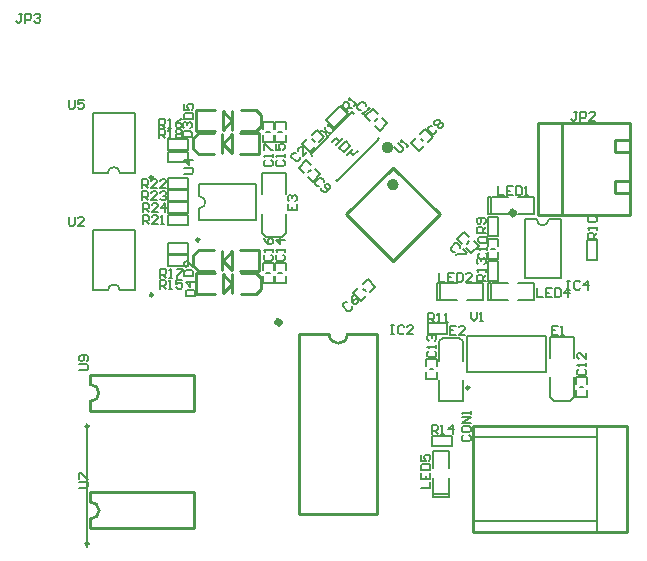
<source format=gto>
G04*
G04 #@! TF.GenerationSoftware,Altium Limited,Altium Designer,18.1.9 (240)*
G04*
G04 Layer_Color=65535*
%FSLAX25Y25*%
%MOIN*%
G70*
G01*
G75*
%ADD10C,0.00800*%
%ADD11C,0.01968*%
%ADD12C,0.01000*%
%ADD13C,0.00984*%
%ADD14C,0.00787*%
%ADD15C,0.02000*%
%ADD16C,0.00600*%
%ADD17C,0.00500*%
D10*
X171500Y112418D02*
G03*
X173500Y114418I0J2000D01*
G01*
X169500Y114418D02*
G03*
X171500Y112418I2000J0D01*
G01*
X140396Y31699D02*
Y36999D01*
Y37099D01*
X134996D02*
X140396D01*
X134796D02*
X134996D01*
X134796Y31699D02*
Y37099D01*
X140396Y22899D02*
Y28299D01*
X134796Y22899D02*
X140196D01*
X134796Y22999D02*
Y28299D01*
X140396Y21899D02*
Y22899D01*
X134796Y21899D02*
X140396D01*
X134796D02*
Y22899D01*
X173500Y114418D02*
X177500D01*
X165500D02*
X169500D01*
X136399Y93274D02*
X137399D01*
X136399Y87674D02*
Y93274D01*
Y87674D02*
X137399D01*
X137499Y93274D02*
X142799D01*
X137399Y87874D02*
Y93274D01*
Y87674D02*
X142799D01*
X146200Y93274D02*
X151600D01*
Y93074D02*
Y93274D01*
Y87674D02*
Y93074D01*
X151499Y87674D02*
X151600D01*
X146200D02*
X151499D01*
X153400Y121956D02*
X154400D01*
X153400Y116356D02*
Y121956D01*
Y116356D02*
X154400D01*
X154499Y121956D02*
X159800D01*
X154400Y116556D02*
Y121956D01*
Y116356D02*
X159800D01*
X163199Y121956D02*
X168599D01*
Y121756D02*
Y121956D01*
Y116356D02*
Y121756D01*
X168500Y116356D02*
X168599D01*
X163199D02*
X168500D01*
X153400Y93157D02*
X154400D01*
X153400Y87557D02*
Y93157D01*
Y87557D02*
X154400D01*
X154499Y93157D02*
X159800D01*
X154400Y87757D02*
Y93157D01*
Y87557D02*
X159800D01*
X163199Y93157D02*
X168599D01*
Y92957D02*
Y93157D01*
Y87557D02*
Y92957D01*
X168500Y87557D02*
X168599D01*
X163199D02*
X168500D01*
X103037Y127230D02*
X116956Y141149D01*
X102582Y127685D02*
X103037Y127230D01*
X116503Y141603D02*
X116956Y141149D01*
X108048Y150058D02*
X108502Y149604D01*
X94129Y136138D02*
X94583Y135684D01*
X94129Y136138D02*
X108048Y150058D01*
D11*
X162108Y116575D02*
G03*
X162108Y116575I-608J0D01*
G01*
X83990Y80122D02*
G03*
X83990Y80122I-608J0D01*
G01*
X122548Y126018D02*
G03*
X122548Y126018I-984J0D01*
G01*
D12*
X20800Y53800D02*
G03*
X20707Y59399I0J2800D01*
G01*
X20843Y14600D02*
G03*
X20749Y20198I0J2800D01*
G01*
X41552Y128354D02*
G03*
X41552Y128354I-510J0D01*
G01*
X100382Y76122D02*
G03*
X106382Y76122I3000J0D01*
G01*
X41552Y89239D02*
G03*
X41552Y89239I-510J0D01*
G01*
X57052Y107633D02*
G03*
X57052Y107633I-510J0D01*
G01*
X148409Y10189D02*
Y45623D01*
X199528D01*
Y10189D02*
Y45623D01*
X148409Y10189D02*
X199528D01*
X195700Y127110D02*
X200700D01*
X195700Y123110D02*
Y127110D01*
Y123110D02*
X200700D01*
X177800Y115910D02*
Y146510D01*
X200700Y115910D02*
Y146510D01*
X169800D02*
X200700D01*
X169800Y115910D02*
Y146510D01*
Y115910D02*
X200700D01*
X195700Y136890D02*
X200700D01*
X195700D02*
Y140890D01*
X200700D01*
X20477Y59400D02*
Y62704D01*
Y50696D02*
Y53698D01*
X55123Y50696D02*
Y62704D01*
X20477D02*
X55123D01*
X20477Y50696D02*
X55123D01*
X20520Y20200D02*
Y23504D01*
Y11496D02*
Y14498D01*
X55165Y11496D02*
Y23504D01*
X20520D02*
X55165D01*
X20520Y11496D02*
X55165D01*
X106382Y76122D02*
X116382D01*
X90382D02*
X100382D01*
X116382Y16122D02*
Y76122D01*
X90382Y16122D02*
Y76122D01*
Y16122D02*
X116382D01*
X106007Y116119D02*
X121564Y131675D01*
X137120Y116119D01*
X121564Y100562D02*
X137120Y116119D01*
X106007D02*
X121564Y100562D01*
X77742Y91293D02*
Y94893D01*
X76042Y96593D02*
X77742Y94893D01*
X70793Y96593D02*
X76042D01*
X70793Y89593D02*
X76042D01*
X77742Y91293D01*
X68103Y89783D02*
Y96263D01*
X55792Y89593D02*
Y96593D01*
Y89593D02*
X62292D01*
X55792Y96593D02*
X62292D01*
X64903Y96143D02*
X68103Y92943D01*
X64903Y89973D02*
Y96143D01*
Y89973D02*
X67943Y93013D01*
X77742Y145691D02*
Y149291D01*
X76042Y150991D02*
X77742Y149291D01*
X70793Y150991D02*
X76042D01*
X70793Y143991D02*
X76042D01*
X77742Y145691D01*
X68103Y144181D02*
Y150661D01*
X55792Y143991D02*
Y150991D01*
Y143991D02*
X62292D01*
X55792Y150991D02*
X62292D01*
X64903Y150541D02*
X68103Y147341D01*
X64903Y144371D02*
Y150541D01*
Y144371D02*
X67943Y147411D01*
X55093Y98833D02*
Y102433D01*
Y98833D02*
X56792Y97133D01*
X62042D01*
X56792Y104133D02*
X62042D01*
X55093Y102433D02*
X56792Y104133D01*
X64732Y97463D02*
Y103943D01*
X77043Y97133D02*
Y104133D01*
X70543D02*
X77043D01*
X70543Y97133D02*
X77043D01*
X64732Y100783D02*
X67932Y97583D01*
Y103753D01*
X64893Y100713D02*
X67932Y103753D01*
X55093Y137833D02*
Y141433D01*
Y137833D02*
X56792Y136133D01*
X62042D01*
X56792Y143133D02*
X62042D01*
X55093Y141433D02*
X56792Y143133D01*
X64732Y136463D02*
Y142943D01*
X77043Y136133D02*
Y143133D01*
X70543D02*
X77043D01*
X70543Y136133D02*
X77043D01*
X64732Y139783D02*
X67932Y136583D01*
Y142753D01*
X64893Y139713D02*
X67932Y142753D01*
D13*
X20092Y45508D02*
G03*
X20092Y45508I-492J0D01*
G01*
X20135Y6308D02*
G03*
X20135Y6308I-492J0D01*
G01*
X147000Y58319D02*
G03*
X147000Y58319I-492J0D01*
G01*
D14*
X30542Y129854D02*
G03*
X26542Y129854I-2000J0D01*
G01*
X30542Y90739D02*
G03*
X26542Y90739I-2000J0D01*
G01*
X57200Y118139D02*
G03*
X57200Y122127I-157J1994D01*
G01*
X148409Y41906D02*
X189685D01*
Y10189D02*
Y45623D01*
X148409Y13906D02*
X189685D01*
X165500Y94733D02*
X177500D01*
Y114418D01*
X165500Y94733D02*
Y114418D01*
X21542Y149854D02*
X35543D01*
X21542Y129854D02*
Y149854D01*
Y129854D02*
X26542D01*
X30542D02*
X35543D01*
Y149854D01*
X21542Y110739D02*
X35543D01*
X21542Y90739D02*
Y110739D01*
Y90739D02*
X26542D01*
X30542D02*
X35543D01*
Y110739D01*
X143700Y75032D02*
X145000Y73732D01*
X138300Y75032D02*
X143700D01*
X145000Y67232D02*
Y73732D01*
X137000D02*
X138300Y75032D01*
X137000Y67232D02*
Y73732D01*
X145000Y53732D02*
Y60732D01*
X137000Y53732D02*
X145000D01*
X137000D02*
Y60732D01*
X172689Y63634D02*
Y75445D01*
X146311Y63634D02*
Y75445D01*
X172689D01*
X146311Y63634D02*
X172689D01*
X174000Y55232D02*
X175300Y53932D01*
X180700D01*
X174000Y55232D02*
Y61732D01*
X180700Y53932D02*
X182000Y55232D01*
Y61732D01*
X174000Y68232D02*
Y75232D01*
X182000D01*
Y68232D02*
Y75232D01*
X78043Y109882D02*
X79343Y108582D01*
X84742D01*
X78043Y109882D02*
Y116382D01*
X84742Y108582D02*
X86042Y109882D01*
Y116382D01*
X78043Y122882D02*
Y129882D01*
X86042D01*
Y122882D02*
Y129882D01*
X57042Y114133D02*
X76042D01*
X57042D02*
Y118133D01*
Y122133D02*
Y126133D01*
X76042D01*
Y114133D02*
Y126133D01*
D15*
X120780Y138392D02*
G03*
X120780Y138392I-984J0D01*
G01*
D16*
X133154Y76229D02*
X139650D01*
X133154Y79772D02*
X139650D01*
Y76229D02*
Y79772D01*
X133154Y76229D02*
Y79772D01*
X134654Y38729D02*
X141150D01*
X134654Y42272D02*
X141150D01*
Y38729D02*
Y42272D01*
X134654Y38729D02*
Y42272D01*
X189771Y101036D02*
Y107532D01*
X186228Y101036D02*
Y107532D01*
X189771D01*
X186228Y101036D02*
X189771D01*
X19643Y5308D02*
Y44465D01*
X99423Y147532D02*
X101929Y145026D01*
X104017Y152125D02*
X106522Y149620D01*
X99423Y147532D02*
X104017Y152125D01*
X101929Y145026D02*
X106522Y149620D01*
X115618Y147221D02*
X116467Y148069D01*
X112424Y148758D02*
X114929Y151264D01*
X119661Y146532D02*
X119661Y146531D01*
X117156Y144026D02*
X119661Y146531D01*
X115497Y145685D02*
X117156Y144026D01*
X112424Y148758D02*
X114083Y147099D01*
X118002Y148190D02*
X119661Y146531D01*
X114929Y151263D02*
X116588Y149604D01*
X94618Y141069D02*
X95467Y140221D01*
X96156Y144264D02*
X98662Y141758D01*
X93929Y137026D02*
X93930D01*
X91424Y139531D02*
X93929Y137026D01*
X91424Y139531D02*
X93083Y141190D01*
X94497Y142604D02*
X96156Y144264D01*
X93929Y137026D02*
X95588Y138685D01*
X97002Y140100D02*
X98661Y141758D01*
X130871Y141321D02*
X131720Y140473D01*
X127676Y139784D02*
X130182Y137278D01*
X132408Y144516D02*
X132409D01*
X134914Y142011D01*
X133255Y140352D02*
X134914Y142011D01*
X130182Y137278D02*
X131841Y138937D01*
X130750Y142857D02*
X132409Y144516D01*
X127677Y139784D02*
X129336Y141443D01*
X146118Y106256D02*
X146967Y107105D01*
X142924Y107794D02*
X145429Y110299D01*
X150161Y105567D02*
Y105568D01*
X147656Y103062D02*
X150161Y105567D01*
X145997Y104721D02*
X147656Y103062D01*
X142924Y107794D02*
X144583Y106135D01*
X148502Y107226D02*
X150161Y105567D01*
X145429Y110299D02*
X147088Y108640D01*
X153229Y115286D02*
X156772D01*
X153229Y108789D02*
X156772D01*
Y115286D01*
X153229Y108789D02*
Y115286D01*
X154400Y104654D02*
X155600D01*
X153228Y101308D02*
X156772D01*
X153228Y107999D02*
X153229Y108000D01*
X156772D01*
Y105654D02*
Y108000D01*
Y101308D02*
Y103654D01*
X153229Y105654D02*
Y108000D01*
Y101308D02*
Y103654D01*
X153228Y94036D02*
X156771D01*
X153228Y100532D02*
X156771D01*
X153228Y94036D02*
Y100532D01*
X156771Y94036D02*
Y100532D01*
X183900Y58413D02*
X185100D01*
X182728Y55067D02*
X186271D01*
X182728Y61759D02*
X182729Y61759D01*
X186271D01*
Y59413D02*
Y61759D01*
Y55067D02*
Y57413D01*
X182729Y59413D02*
Y61759D01*
Y55067D02*
Y57413D01*
X133900Y64500D02*
X135100D01*
X132729Y67846D02*
X136272D01*
X136271Y61154D02*
X136272Y61155D01*
X132729Y61154D02*
X136271D01*
X132729D02*
Y63500D01*
Y65500D02*
Y67846D01*
X136271Y61154D02*
Y63500D01*
Y65500D02*
Y67846D01*
X106250Y135816D02*
X108371Y137938D01*
X102714Y139352D02*
X104835Y141473D01*
X102714D02*
X103775Y140413D01*
X101653D02*
X102714Y141473D01*
X107310Y136877D02*
X108371Y135816D01*
X109785Y137231D01*
X101300Y140059D02*
X101653Y140413D01*
X105189Y136877D02*
X107310Y138998D01*
X103775Y138291D02*
X105189Y136877D01*
X103775Y138291D02*
X105896Y140413D01*
X107310Y138998D01*
X111618Y91293D02*
X112467Y90445D01*
X113156Y94488D02*
X115662Y91982D01*
X110929Y87251D02*
X110930D01*
X108424Y89756D02*
X110929Y87251D01*
X108424Y89756D02*
X110083Y91415D01*
X111497Y92829D02*
X113156Y94488D01*
X110929Y87251D02*
X112588Y88910D01*
X114002Y90324D02*
X115661Y91983D01*
X93366Y130169D02*
X94214Y131018D01*
X94903Y126974D02*
X97409Y129480D01*
X90172Y131706D02*
Y131707D01*
X92677Y134212D01*
X94336Y132553D01*
X95750Y131139D02*
X97409Y129480D01*
X90172Y131707D02*
X91831Y130048D01*
X93245Y128634D02*
X94904Y126975D01*
X46621Y102949D02*
Y106492D01*
X53117Y102949D02*
Y106492D01*
X46621D02*
X53117D01*
X46621Y102949D02*
X53117D01*
Y98909D02*
Y102453D01*
X46621Y98909D02*
Y102453D01*
Y98909D02*
X53117D01*
X46621Y102453D02*
X53117D01*
Y116541D02*
Y120084D01*
X46621Y116541D02*
Y120084D01*
Y116541D02*
X53117D01*
X46621Y120084D02*
X53117D01*
Y112497D02*
Y116041D01*
X46621Y112497D02*
Y116041D01*
Y112497D02*
X53117D01*
X46621Y116041D02*
X53117D01*
X46621Y124541D02*
Y128085D01*
X53117Y124541D02*
Y128085D01*
X46621D02*
X53117D01*
X46621Y124541D02*
X53117D01*
X46621Y120541D02*
Y124085D01*
X53117Y120541D02*
Y124085D01*
X46621D02*
X53117D01*
X46621Y120541D02*
X53117D01*
X46621Y137513D02*
Y141056D01*
X53117Y137513D02*
Y141056D01*
X46621D02*
X53117D01*
X46621Y137513D02*
X53117D01*
Y133438D02*
Y136981D01*
X46621Y133438D02*
Y136981D01*
Y133438D02*
X53117D01*
X46621Y136981D02*
X53117D01*
X83442Y96610D02*
X84642D01*
X82270Y93264D02*
X85814D01*
X82270Y99956D02*
X82271Y99957D01*
X85814D01*
Y97610D02*
Y99957D01*
Y93264D02*
Y95610D01*
X82271Y97610D02*
Y99957D01*
Y93264D02*
Y95610D01*
X83443Y143653D02*
X84643D01*
X82271Y140307D02*
X85814D01*
X82271Y146999D02*
X82272Y146999D01*
X85814D01*
Y144653D02*
Y146999D01*
Y140307D02*
Y142653D01*
X82272Y144653D02*
Y146999D01*
Y140307D02*
Y142653D01*
X79443Y143653D02*
X80643D01*
X78272Y147000D02*
X81815D01*
X81814Y140307D02*
X81815Y140308D01*
X78272Y140307D02*
X81814D01*
X78272D02*
Y142653D01*
Y144653D02*
Y147000D01*
X81814Y140307D02*
Y142653D01*
Y144653D02*
Y147000D01*
X79443Y96610D02*
X80642D01*
X78271Y93264D02*
X81814D01*
X78271Y99956D02*
X78271Y99957D01*
X81814D01*
Y97610D02*
Y99957D01*
Y93264D02*
Y95610D01*
X78271Y97610D02*
Y99957D01*
Y93264D02*
Y95610D01*
D17*
X133394Y80147D02*
Y83146D01*
X134894D01*
X135394Y82646D01*
Y81646D01*
X134894Y81146D01*
X133394D01*
X134394D02*
X135394Y80147D01*
X136393D02*
X137393D01*
X136893D01*
Y83146D01*
X136393Y82646D01*
X138892Y80147D02*
X139892D01*
X139392D01*
Y83146D01*
X138892Y82646D01*
X145001Y42499D02*
X144501Y42000D01*
Y41000D01*
X145001Y40500D01*
X147000D01*
X147500Y41000D01*
Y42000D01*
X147000Y42499D01*
X144501Y44999D02*
Y43999D01*
X145001Y43499D01*
X147000D01*
X147500Y43999D01*
Y44999D01*
X147000Y45498D01*
X145001D01*
X144501Y44999D01*
X147500Y46498D02*
X144501D01*
X147500Y48497D01*
X144501D01*
X147500Y49497D02*
Y50497D01*
Y49997D01*
X144501D01*
X145001Y49497D01*
X134500Y43000D02*
Y45999D01*
X136000D01*
X136499Y45499D01*
Y44499D01*
X136000Y44000D01*
X134500D01*
X135500D02*
X136499Y43000D01*
X137499D02*
X138499D01*
X137999D01*
Y45999D01*
X137499Y45499D01*
X141498Y43000D02*
Y45999D01*
X139998Y44499D01*
X141998D01*
X131001Y25000D02*
X134000D01*
Y26999D01*
X131001Y29998D02*
Y27999D01*
X134000D01*
Y29998D01*
X132501Y27999D02*
Y28999D01*
X131001Y30998D02*
X134000D01*
Y32498D01*
X133500Y32997D01*
X131501D01*
X131001Y32498D01*
Y30998D01*
Y35996D02*
Y33997D01*
X132501D01*
X132001Y34997D01*
Y35497D01*
X132501Y35996D01*
X133500D01*
X134000Y35497D01*
Y34497D01*
X133500Y33997D01*
X182999Y150341D02*
X182000D01*
X182500D01*
Y147842D01*
X182000Y147342D01*
X181500D01*
X181000Y147842D01*
X183999Y147342D02*
Y150341D01*
X185499D01*
X185998Y149841D01*
Y148842D01*
X185499Y148342D01*
X183999D01*
X188997Y147342D02*
X186998D01*
X188997Y149342D01*
Y149841D01*
X188498Y150341D01*
X187498D01*
X186998Y149841D01*
X189500Y108000D02*
X186501D01*
Y109500D01*
X187001Y109999D01*
X188001D01*
X188500Y109500D01*
Y108000D01*
Y109000D02*
X189500Y109999D01*
Y110999D02*
Y111999D01*
Y111499D01*
X186501D01*
X187001Y110999D01*
Y113498D02*
X186501Y113998D01*
Y114998D01*
X187001Y115498D01*
X189000D01*
X189500Y114998D01*
Y113998D01*
X189000Y113498D01*
X187001D01*
X179500Y93999D02*
X180500D01*
X180000D01*
Y91000D01*
X179500D01*
X180500D01*
X183999Y93499D02*
X183499Y93999D01*
X182499D01*
X181999Y93499D01*
Y91500D01*
X182499Y91000D01*
X183499D01*
X183999Y91500D01*
X186498Y91000D02*
Y93999D01*
X184998Y92500D01*
X186998D01*
X136809Y96708D02*
Y93709D01*
X138808D01*
X141807Y96708D02*
X139808D01*
Y93709D01*
X141807D01*
X139808Y95209D02*
X140808D01*
X142807Y96708D02*
Y93709D01*
X144307D01*
X144807Y94209D01*
Y96209D01*
X144307Y96708D01*
X142807D01*
X147806Y93709D02*
X145806D01*
X147806Y95709D01*
Y96209D01*
X147306Y96708D01*
X146306D01*
X145806Y96209D01*
X16958Y64200D02*
X19458D01*
X19958Y64700D01*
Y65699D01*
X19458Y66199D01*
X16958D01*
X19458Y67199D02*
X19958Y67699D01*
Y68699D01*
X19458Y69198D01*
X17458D01*
X16958Y68699D01*
Y67699D01*
X17458Y67199D01*
X17958D01*
X18458Y67699D01*
Y69198D01*
X17001Y25000D02*
X19500D01*
X20000Y25500D01*
Y26500D01*
X19500Y26999D01*
X17001D01*
Y27999D02*
Y29998D01*
X17501D01*
X19500Y27999D01*
X20000D01*
X-2001Y182999D02*
X-3000D01*
X-2500D01*
Y180500D01*
X-3000Y180000D01*
X-3500D01*
X-4000Y180500D01*
X-1001Y180000D02*
Y182999D01*
X499D01*
X998Y182499D01*
Y181500D01*
X499Y181000D01*
X-1001D01*
X1998Y182499D02*
X2498Y182999D01*
X3498D01*
X3997Y182499D01*
Y181999D01*
X3498Y181500D01*
X2998D01*
X3498D01*
X3997Y181000D01*
Y180500D01*
X3498Y180000D01*
X2498D01*
X1998Y180500D01*
X13543Y154353D02*
Y151854D01*
X14042Y151354D01*
X15042D01*
X15542Y151854D01*
Y154353D01*
X18541D02*
X16542D01*
Y152853D01*
X17541Y153353D01*
X18041D01*
X18541Y152853D01*
Y151854D01*
X18041Y151354D01*
X17041D01*
X16542Y151854D01*
X97422Y143765D02*
X100956Y143059D01*
X98836Y145179D02*
X99542Y141645D01*
X101663Y143765D02*
X102370Y144472D01*
X102017Y144119D01*
X99896Y146240D01*
Y145533D01*
X147500Y83538D02*
Y81539D01*
X148500Y80539D01*
X149499Y81539D01*
Y83538D01*
X150499Y80539D02*
X151499D01*
X150999D01*
Y83538D01*
X150499Y83039D01*
X52043Y129633D02*
X54543D01*
X55042Y130133D01*
Y131132D01*
X54543Y131632D01*
X52043D01*
X55042Y134131D02*
X52043D01*
X53543Y132632D01*
Y134631D01*
X13543Y115238D02*
Y112739D01*
X14042Y112239D01*
X15042D01*
X15542Y112739D01*
Y115238D01*
X18541Y112239D02*
X16542D01*
X18541Y114239D01*
Y114738D01*
X18041Y115238D01*
X17041D01*
X16542Y114738D01*
X121922Y138529D02*
X123689Y136762D01*
X124396D01*
X125103Y137469D01*
X125103Y138176D01*
X123336Y139943D01*
X126163Y138529D02*
X126870Y139236D01*
X126517Y138883D01*
X124396Y141003D01*
Y140296D01*
X38271Y116813D02*
Y119812D01*
X39771D01*
X40271Y119312D01*
Y118312D01*
X39771Y117812D01*
X38271D01*
X39271D02*
X40271Y116813D01*
X43270D02*
X41270D01*
X43270Y118812D01*
Y119312D01*
X42770Y119812D01*
X41770D01*
X41270Y119312D01*
X45769Y116813D02*
Y119812D01*
X44269Y118312D01*
X46269D01*
X37967Y120813D02*
Y123812D01*
X39467D01*
X39967Y123312D01*
Y122312D01*
X39467Y121812D01*
X37967D01*
X38967D02*
X39967Y120813D01*
X42966D02*
X40966D01*
X42966Y122812D01*
Y123312D01*
X42466Y123812D01*
X41466D01*
X40966Y123312D01*
X43965D02*
X44465Y123812D01*
X45465D01*
X45965Y123312D01*
Y122812D01*
X45465Y122312D01*
X44965D01*
X45465D01*
X45965Y121812D01*
Y121313D01*
X45465Y120813D01*
X44465D01*
X43965Y121313D01*
X38043Y124813D02*
Y127812D01*
X39542D01*
X40042Y127312D01*
Y126313D01*
X39542Y125813D01*
X38043D01*
X39042D02*
X40042Y124813D01*
X43041D02*
X41041D01*
X43041Y126812D01*
Y127312D01*
X42541Y127812D01*
X41541D01*
X41041Y127312D01*
X46040Y124813D02*
X44041D01*
X46040Y126812D01*
Y127312D01*
X45540Y127812D01*
X44540D01*
X44041Y127312D01*
X38271Y112769D02*
Y115769D01*
X39771D01*
X40271Y115269D01*
Y114269D01*
X39771Y113769D01*
X38271D01*
X39271D02*
X40271Y112769D01*
X43270D02*
X41270D01*
X43270Y114769D01*
Y115269D01*
X42770Y115769D01*
X41770D01*
X41270Y115269D01*
X44269Y112769D02*
X45269D01*
X44769D01*
Y115769D01*
X44269Y115269D01*
X43623Y141500D02*
Y144499D01*
X45122D01*
X45622Y143999D01*
Y142999D01*
X45122Y142500D01*
X43623D01*
X44622D02*
X45622Y141500D01*
X46622D02*
X47622D01*
X47122D01*
Y144499D01*
X46622Y143999D01*
X49121D02*
X49621Y144499D01*
X50621D01*
X51120Y143999D01*
Y143499D01*
X50621Y142999D01*
X51120Y142500D01*
Y142000D01*
X50621Y141500D01*
X49621D01*
X49121Y142000D01*
Y142500D01*
X49621Y142999D01*
X49121Y143499D01*
Y143999D01*
X49621Y142999D02*
X50621D01*
X44000Y95000D02*
Y97999D01*
X45500D01*
X45999Y97499D01*
Y96500D01*
X45500Y96000D01*
X44000D01*
X45000D02*
X45999Y95000D01*
X46999D02*
X47999D01*
X47499D01*
Y97999D01*
X46999Y97499D01*
X49498Y97999D02*
X51498D01*
Y97499D01*
X49498Y95500D01*
Y95000D01*
X43623Y145000D02*
Y147999D01*
X45122D01*
X45622Y147499D01*
Y146500D01*
X45122Y146000D01*
X43623D01*
X44622D02*
X45622Y145000D01*
X46622D02*
X47622D01*
X47122D01*
Y147999D01*
X46622Y147499D01*
X51120Y147999D02*
X50121Y147499D01*
X49121Y146500D01*
Y145500D01*
X49621Y145000D01*
X50621D01*
X51120Y145500D01*
Y146000D01*
X50621Y146500D01*
X49121D01*
X43828Y91282D02*
Y94281D01*
X45327D01*
X45827Y93782D01*
Y92782D01*
X45327Y92282D01*
X43828D01*
X44827D02*
X45827Y91282D01*
X46827D02*
X47826D01*
X47327D01*
Y94281D01*
X46827Y93782D01*
X51325Y94281D02*
X49326D01*
Y92782D01*
X50326Y93282D01*
X50826D01*
X51325Y92782D01*
Y91782D01*
X50826Y91282D01*
X49826D01*
X49326Y91782D01*
X152500Y94044D02*
X149501D01*
Y95543D01*
X150001Y96043D01*
X151000D01*
X151500Y95543D01*
Y94044D01*
Y95043D02*
X152500Y96043D01*
Y97043D02*
Y98043D01*
Y97543D01*
X149501D01*
X150001Y97043D01*
Y99542D02*
X149501Y100042D01*
Y101042D01*
X150001Y101541D01*
X150501D01*
X151000Y101042D01*
Y100542D01*
Y101042D01*
X151500Y101541D01*
X152000D01*
X152500Y101042D01*
Y100042D01*
X152000Y99542D01*
X152500Y109939D02*
X149501D01*
Y111439D01*
X150001Y111939D01*
X151001D01*
X151501Y111439D01*
Y109939D01*
Y110939D02*
X152500Y111939D01*
X152000Y112938D02*
X152500Y113438D01*
Y114438D01*
X152000Y114938D01*
X150001D01*
X149501Y114438D01*
Y113438D01*
X150001Y112938D01*
X150501D01*
X151001Y113438D01*
Y114938D01*
X106656Y150259D02*
X104535Y152380D01*
X105596Y153440D01*
X106303Y153440D01*
X107009Y152733D01*
X107009Y152026D01*
X105949Y150966D01*
X106656Y151673D02*
X108070Y151673D01*
X108777Y152380D02*
X109484Y153086D01*
X109130Y152733D01*
X107009Y154854D01*
Y154147D01*
X169500Y91499D02*
Y88500D01*
X171499D01*
X174498Y91499D02*
X172499D01*
Y88500D01*
X174498D01*
X172499Y90000D02*
X173499D01*
X175498Y91499D02*
Y88500D01*
X176998D01*
X177497Y89000D01*
Y90999D01*
X176998Y91499D01*
X175498D01*
X179997Y88500D02*
Y91499D01*
X178497Y90000D01*
X180496D01*
X156500Y125499D02*
Y122500D01*
X158499D01*
X161498Y125499D02*
X159499D01*
Y122500D01*
X161498D01*
X159499Y124000D02*
X160499D01*
X162498Y125499D02*
Y122500D01*
X163998D01*
X164497Y123000D01*
Y124999D01*
X163998Y125499D01*
X162498D01*
X165497Y122500D02*
X166497D01*
X165997D01*
Y125499D01*
X165497Y124999D01*
X120882Y79121D02*
X121882D01*
X121382D01*
Y76122D01*
X120882D01*
X121882D01*
X125380Y78621D02*
X124881Y79121D01*
X123881D01*
X123381Y78621D01*
Y76622D01*
X123881Y76122D01*
X124881D01*
X125380Y76622D01*
X128379Y76122D02*
X126380D01*
X128379Y78121D01*
Y78621D01*
X127880Y79121D01*
X126880D01*
X126380Y78621D01*
X86501Y119424D02*
Y117425D01*
X89500D01*
Y119424D01*
X88001Y117425D02*
Y118425D01*
X87001Y120424D02*
X86501Y120924D01*
Y121924D01*
X87001Y122424D01*
X87501D01*
X88001Y121924D01*
Y121424D01*
Y121924D01*
X88500Y122424D01*
X89000D01*
X89500Y121924D01*
Y120924D01*
X89000Y120424D01*
X142499Y78999D02*
X140500D01*
Y76000D01*
X142499D01*
X140500Y77500D02*
X141500D01*
X145498Y76000D02*
X143499D01*
X145498Y77999D01*
Y78499D01*
X144999Y78999D01*
X143999D01*
X143499Y78499D01*
X176499Y79038D02*
X174500D01*
Y76039D01*
X176499D01*
X174500Y77539D02*
X175500D01*
X177499Y76039D02*
X178499D01*
X177999D01*
Y79038D01*
X177499Y78539D01*
X52001Y148031D02*
X55000D01*
Y149531D01*
X54500Y150031D01*
X52501D01*
X52001Y149531D01*
Y148031D01*
Y153030D02*
Y151030D01*
X53500D01*
X53001Y152030D01*
Y152530D01*
X53500Y153030D01*
X54500D01*
X55000Y152530D01*
Y151530D01*
X54500Y151030D01*
X52501Y89000D02*
X55500D01*
Y90500D01*
X55000Y90999D01*
X53001D01*
X52501Y90500D01*
Y89000D01*
X55500Y93499D02*
X52501D01*
X54001Y91999D01*
Y93998D01*
X51501Y141721D02*
X54500D01*
Y143220D01*
X54000Y143720D01*
X52001D01*
X51501Y143220D01*
Y141721D01*
X52001Y144720D02*
X51501Y145220D01*
Y146219D01*
X52001Y146719D01*
X52501D01*
X53000Y146219D01*
Y145720D01*
Y146219D01*
X53500Y146719D01*
X54000D01*
X54500Y146219D01*
Y145220D01*
X54000Y144720D01*
X52001Y95500D02*
X55000D01*
Y97000D01*
X54500Y97499D01*
X52501D01*
X52001Y97000D01*
Y95500D01*
X55000Y100498D02*
Y98499D01*
X53001Y100498D01*
X52501D01*
X52001Y99999D01*
Y98999D01*
X52501Y98499D01*
X79044Y134153D02*
X78544Y133653D01*
Y132653D01*
X79044Y132153D01*
X81043D01*
X81543Y132653D01*
Y133653D01*
X81043Y134153D01*
X81543Y135152D02*
Y136152D01*
Y135652D01*
X78544D01*
X79044Y135152D01*
X78544Y137652D02*
Y139651D01*
X79044D01*
X81043Y137652D01*
X81543D01*
X79043Y102610D02*
X78544Y102110D01*
Y101110D01*
X79043Y100610D01*
X81043D01*
X81542Y101110D01*
Y102110D01*
X81043Y102610D01*
X81542Y103610D02*
Y104609D01*
Y104109D01*
X78544D01*
X79043Y103610D01*
X78544Y108108D02*
X79043Y107108D01*
X80043Y106109D01*
X81043D01*
X81542Y106608D01*
Y107608D01*
X81043Y108108D01*
X80543D01*
X80043Y107608D01*
Y106109D01*
X83044Y134152D02*
X82544Y133653D01*
Y132653D01*
X83044Y132153D01*
X85043D01*
X85543Y132653D01*
Y133653D01*
X85043Y134152D01*
X85543Y135152D02*
Y136152D01*
Y135652D01*
X82544D01*
X83044Y135152D01*
X82544Y139651D02*
Y137651D01*
X84044D01*
X83544Y138651D01*
Y139151D01*
X84044Y139651D01*
X85043D01*
X85543Y139151D01*
Y138151D01*
X85043Y137651D01*
X83043Y102610D02*
X82543Y102110D01*
Y101110D01*
X83043Y100610D01*
X85043D01*
X85543Y101110D01*
Y102110D01*
X85043Y102610D01*
X85543Y103610D02*
Y104609D01*
Y104109D01*
X82543D01*
X83043Y103610D01*
X85543Y107608D02*
X82543D01*
X84043Y106109D01*
Y108108D01*
X133501Y70499D02*
X133001Y69999D01*
Y69000D01*
X133501Y68500D01*
X135500D01*
X136000Y69000D01*
Y69999D01*
X135500Y70499D01*
X136000Y71499D02*
Y72499D01*
Y71999D01*
X133001D01*
X133501Y71499D01*
Y73998D02*
X133001Y74498D01*
Y75498D01*
X133501Y75998D01*
X134001D01*
X134501Y75498D01*
Y74998D01*
Y75498D01*
X135000Y75998D01*
X135500D01*
X136000Y75498D01*
Y74498D01*
X135500Y73998D01*
X183501Y64539D02*
X183001Y64039D01*
Y63039D01*
X183501Y62539D01*
X185500D01*
X186000Y63039D01*
Y64039D01*
X185500Y64539D01*
X186000Y65538D02*
Y66538D01*
Y66038D01*
X183001D01*
X183501Y65538D01*
X186000Y70037D02*
Y68037D01*
X184001Y70037D01*
X183501D01*
X183001Y69537D01*
Y68537D01*
X183501Y68037D01*
X150501Y103153D02*
X150001Y102653D01*
Y101654D01*
X150501Y101154D01*
X152500D01*
X153000Y101654D01*
Y102653D01*
X152500Y103153D01*
X153000Y104153D02*
Y105152D01*
Y104653D01*
X150001D01*
X150501Y104153D01*
Y106652D02*
X150001Y107152D01*
Y108151D01*
X150501Y108651D01*
X152500D01*
X153000Y108151D01*
Y107152D01*
X152500Y106652D01*
X150501D01*
X98471Y126947D02*
X98471Y127654D01*
X97764Y128361D01*
X97057D01*
X95644Y126947D01*
Y126240D01*
X96351Y125533D01*
X97057Y125533D01*
X97764Y124826D02*
Y124119D01*
X98471Y123413D01*
X99178Y123413D01*
X100592Y124826D01*
X100592Y125533D01*
X99885Y126240D01*
X99178D01*
X98825Y125887D01*
X98825Y125180D01*
X99885Y124119D01*
X134685Y145578D02*
X133978Y145578D01*
X133272Y144871D01*
Y144164D01*
X134685Y142751D01*
X135392D01*
X136099Y143457D01*
X136099Y144164D01*
X135392Y146285D02*
Y146992D01*
X136099Y147699D01*
X136806Y147699D01*
X137160Y147345D01*
Y146638D01*
X137866Y146638D01*
X138220Y146285D01*
X138220Y145578D01*
X137513Y144871D01*
X136806D01*
X136453Y145225D01*
Y145931D01*
X135746Y145931D01*
X135392Y146285D01*
X136453Y145931D02*
X137160Y146638D01*
X143785Y104995D02*
X143786Y105702D01*
X143079Y106409D01*
X142372D01*
X140958Y104995D01*
Y104288D01*
X141665Y103582D01*
X142372Y103582D01*
X144846Y104642D02*
X146259Y103228D01*
X145906Y102875D01*
X143079D01*
X142725Y102521D01*
X106436Y86797D02*
X105729Y86797D01*
X105023Y86090D01*
Y85384D01*
X106436Y83970D01*
X107143D01*
X107850Y84677D01*
X107850Y85384D01*
X108203Y89271D02*
X107850Y88211D01*
X107850Y86797D01*
X108557Y86090D01*
X109264D01*
X109971Y86797D01*
X109971Y87504D01*
X109617Y87858D01*
X108910Y87858D01*
X107850Y86797D01*
X89189Y136562D02*
X88482Y136562D01*
X87775Y135855D01*
Y135148D01*
X89189Y133735D01*
X89896D01*
X90603Y134441D01*
X90603Y135148D01*
X93077Y136916D02*
X91663Y135502D01*
Y138329D01*
X91310Y138683D01*
X90603Y138683D01*
X89896Y137976D01*
Y137269D01*
X112476Y152246D02*
X112476Y152952D01*
X111769Y153659D01*
X111062D01*
X109649Y152246D01*
Y151539D01*
X110356Y150832D01*
X111062Y150832D01*
X111416Y149771D02*
X112123Y149065D01*
X111769Y149418D01*
X113890Y151539D01*
X113183D01*
M02*

</source>
